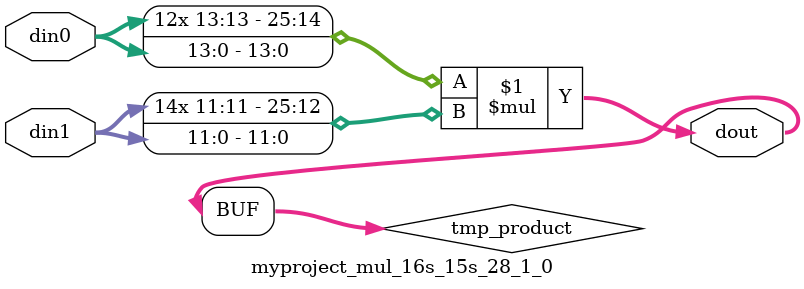
<source format=v>

`timescale 1 ns / 1 ps

  module myproject_mul_16s_15s_28_1_0(din0, din1, dout);
parameter ID = 1;
parameter NUM_STAGE = 0;
parameter din0_WIDTH = 14;
parameter din1_WIDTH = 12;
parameter dout_WIDTH = 26;

input [din0_WIDTH - 1 : 0] din0; 
input [din1_WIDTH - 1 : 0] din1; 
output [dout_WIDTH - 1 : 0] dout;

wire signed [dout_WIDTH - 1 : 0] tmp_product;













assign tmp_product = $signed(din0) * $signed(din1);








assign dout = tmp_product;







endmodule

</source>
